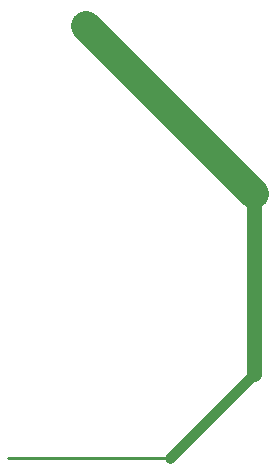
<source format=gtl>
G04 CAMtasticDXP RS274-X Output*
G04 Serial Number: 0000-00-00000*
G04 File Name:C:\Fixe\Electronique\CIRCUITS\Protel\Test\Project Outputs for PCB Project1\pcb1.gtl *
%FSDAX23Y23*%
%MOIN*%
%SFA1B1*%

%IPPOS*%
%ADD10C,0.100000*%
%ADD11C,0.050000*%
%ADD12C,0.035000*%
%ADD13C,0.010000*%
%LNpcb1-1*%
%LPD*%
G54D10*
X01380Y02600D02*
X01940Y02040D01*
G54D11*
X01940Y01440D02*
Y02040D01*
G54D12*
X01660Y01160D02*
X01940Y01440D01*
G54D13*
X01120Y01160D02*
X01660D01*
M02*
</source>
